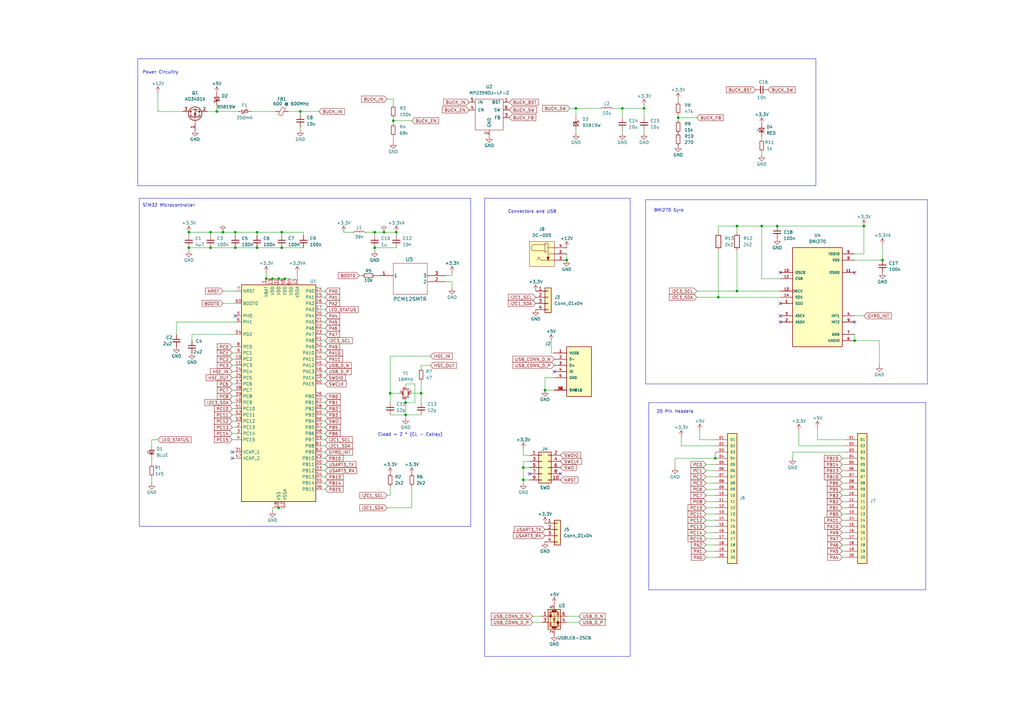
<source format=kicad_sch>
(kicad_sch (version 20231120) (generator "eeschema") (generator_version "8.0")
  (paper "A3")
  (junction (at 116.84 114.3))
  (junction (at 86.36 101.6))
  (junction (at 302.26 119.38))
  (junction (at 160.02 161.29))
  (junction (at 77.47 101.6))
  (junction (at 166.37 170.18))
  (junction (at 114.3 208.28))
  (junction (at 161.29 49.53))
  (junction (at 162.56 95.25))
  (junction (at 255.27 44.45))
  (junction (at 153.67 101.6))
  (junction (at 236.22 44.45))
  (junction (at 157.48 95.25))
  (junction (at 223.52 160.02))
  (junction (at 96.52 95.25))
  (junction (at 88.9 45.72))
  (junction (at 361.95 106.68))
  (junction (at 105.41 95.25))
  (junction (at 91.44 95.25))
  (junction (at 293.37 187.96))
  (junction (at 354.33 92.71))
  (junction (at 86.36 95.25))
  (junction (at 278.13 48.26))
  (junction (at 264.16 44.45))
  (junction (at 96.52 101.6))
  (junction (at 294.64 121.92))
  (junction (at 123.19 45.72))
  (junction (at 77.47 95.25))
  (junction (at 153.67 95.25))
  (junction (at 312.42 92.71))
  (junction (at 214.63 196.85))
  (junction (at 111.76 114.3))
  (junction (at 232.41 106.68))
  (junction (at 318.77 92.71))
  (junction (at 114.3 114.3))
  (junction (at 115.57 101.6))
  (junction (at 115.57 95.25))
  (junction (at 214.63 191.77))
  (junction (at 350.52 139.7))
  (junction (at 105.41 101.6))
  (junction (at 166.37 165.1))
  (junction (at 302.26 92.71))
  (junction (at 109.22 114.3))
  (junction (at 172.72 161.29))
  (no_connect (at 229.87 194.31))
  (no_connect (at 320.04 111.76))
  (no_connect (at 95.25 185.42))
  (no_connect (at 320.04 132.08))
  (no_connect (at 350.52 132.08))
  (no_connect (at 95.25 187.96))
  (no_connect (at 320.04 124.46))
  (no_connect (at 96.52 129.54))
  (no_connect (at 320.04 129.54))
  (no_connect (at 350.52 111.76))
  (no_connect (at 217.17 194.31))
  (no_connect (at 227.33 152.4))
  (wire (pts (xy 132.08 132.08) (xy 133.35 132.08)))
  (wire (pts (xy 95.25 180.34) (xy 96.52 180.34)))
  (wire (pts (xy 289.56 195.58) (xy 293.37 195.58)))
  (wire (pts (xy 95.25 142.24) (xy 96.52 142.24)))
  (wire (pts (xy 95.25 185.42) (xy 96.52 185.42)))
  (wire (pts (xy 350.52 139.7) (xy 360.68 139.7)))
  (wire (pts (xy 214.63 196.85) (xy 214.63 198.12)))
  (wire (pts (xy 160.02 146.05) (xy 160.02 161.29)))
  (wire (pts (xy 294.64 92.71) (xy 294.64 95.25)))
  (wire (pts (xy 77.47 95.25) (xy 77.47 96.52)))
  (wire (pts (xy 166.37 158.75) (xy 166.37 157.48)))
  (wire (pts (xy 172.72 156.21) (xy 172.72 161.29)))
  (wire (pts (xy 312.42 92.71) (xy 312.42 114.3)))
  (wire (pts (xy 285.75 121.92) (xy 294.64 121.92)))
  (wire (pts (xy 345.44 200.66) (xy 346.71 200.66)))
  (wire (pts (xy 345.44 198.12) (xy 346.71 198.12)))
  (wire (pts (xy 86.36 95.25) (xy 91.44 95.25)))
  (wire (pts (xy 133.35 139.7) (xy 132.08 139.7)))
  (wire (pts (xy 115.57 96.52) (xy 115.57 95.25)))
  (wire (pts (xy 133.35 142.24) (xy 132.08 142.24)))
  (wire (pts (xy 162.56 95.25) (xy 157.48 95.25)))
  (wire (pts (xy 133.35 127) (xy 132.08 127)))
  (wire (pts (xy 227.33 154.94) (xy 223.52 154.94)))
  (wire (pts (xy 345.44 210.82) (xy 346.71 210.82)))
  (wire (pts (xy 109.22 114.3) (xy 111.76 114.3)))
  (wire (pts (xy 153.67 95.25) (xy 149.86 95.25)))
  (wire (pts (xy 285.75 119.38) (xy 302.26 119.38)))
  (wire (pts (xy 289.56 223.52) (xy 293.37 223.52)))
  (wire (pts (xy 95.25 149.86) (xy 96.52 149.86)))
  (wire (pts (xy 95.25 177.8) (xy 96.52 177.8)))
  (wire (pts (xy 95.25 175.26) (xy 96.52 175.26)))
  (wire (pts (xy 345.44 208.28) (xy 346.71 208.28)))
  (wire (pts (xy 64.77 38.1) (xy 64.77 45.72)))
  (wire (pts (xy 345.44 215.9) (xy 346.71 215.9)))
  (wire (pts (xy 278.13 41.91) (xy 278.13 40.64)))
  (wire (pts (xy 133.35 187.96) (xy 132.08 187.96)))
  (wire (pts (xy 354.33 104.14) (xy 354.33 92.71)))
  (wire (pts (xy 77.47 102.87) (xy 77.47 101.6)))
  (wire (pts (xy 64.77 180.34) (xy 62.23 180.34)))
  (wire (pts (xy 123.19 46.99) (xy 123.19 45.72)))
  (wire (pts (xy 223.52 160.02) (xy 227.33 160.02)))
  (wire (pts (xy 77.47 101.6) (xy 86.36 101.6)))
  (wire (pts (xy 289.56 205.74) (xy 293.37 205.74)))
  (wire (pts (xy 217.17 196.85) (xy 214.63 196.85)))
  (wire (pts (xy 95.25 160.02) (xy 96.52 160.02)))
  (wire (pts (xy 96.52 101.6) (xy 105.41 101.6)))
  (wire (pts (xy 278.13 48.26) (xy 278.13 49.53)))
  (wire (pts (xy 133.35 185.42) (xy 132.08 185.42)))
  (wire (pts (xy 289.56 220.98) (xy 293.37 220.98)))
  (wire (pts (xy 166.37 171.45) (xy 166.37 170.18)))
  (wire (pts (xy 86.36 96.52) (xy 86.36 95.25)))
  (wire (pts (xy 276.86 187.96) (xy 293.37 187.96)))
  (wire (pts (xy 161.29 49.53) (xy 161.29 48.26)))
  (wire (pts (xy 345.44 193.04) (xy 346.71 193.04)))
  (wire (pts (xy 361.95 106.68) (xy 361.95 100.33)))
  (wire (pts (xy 133.35 149.86) (xy 132.08 149.86)))
  (wire (pts (xy 289.56 213.36) (xy 293.37 213.36)))
  (wire (pts (xy 327.66 182.88) (xy 346.71 182.88)))
  (wire (pts (xy 95.25 157.48) (xy 96.52 157.48)))
  (wire (pts (xy 62.23 190.5) (xy 62.23 187.96)))
  (wire (pts (xy 185.42 115.57) (xy 182.88 115.57)))
  (wire (pts (xy 111.76 209.55) (xy 111.76 208.28)))
  (wire (pts (xy 236.22 48.26) (xy 236.22 44.45)))
  (wire (pts (xy 217.17 191.77) (xy 214.63 191.77)))
  (wire (pts (xy 279.4 179.07) (xy 279.4 182.88)))
  (wire (pts (xy 172.72 149.86) (xy 172.72 151.13)))
  (wire (pts (xy 236.22 44.45) (xy 233.68 44.45)))
  (wire (pts (xy 354.33 104.14) (xy 350.52 104.14)))
  (wire (pts (xy 96.52 96.52) (xy 96.52 95.25)))
  (wire (pts (xy 168.91 49.53) (xy 161.29 49.53)))
  (wire (pts (xy 132.08 129.54) (xy 133.35 129.54)))
  (wire (pts (xy 78.74 139.7) (xy 78.74 137.16)))
  (wire (pts (xy 133.35 175.26) (xy 132.08 175.26)))
  (wire (pts (xy 133.35 162.56) (xy 132.08 162.56)))
  (wire (pts (xy 182.88 113.03) (xy 185.42 113.03)))
  (wire (pts (xy 320.04 119.38) (xy 302.26 119.38)))
  (wire (pts (xy 294.64 121.92) (xy 294.64 102.87)))
  (wire (pts (xy 91.44 124.46) (xy 96.52 124.46)))
  (wire (pts (xy 133.35 195.58) (xy 132.08 195.58)))
  (wire (pts (xy 312.42 57.15) (xy 312.42 55.88)))
  (wire (pts (xy 168.91 161.29) (xy 172.72 161.29)))
  (wire (pts (xy 158.75 208.28) (xy 168.91 208.28)))
  (wire (pts (xy 264.16 43.18) (xy 264.16 44.45)))
  (wire (pts (xy 95.25 152.4) (xy 96.52 152.4)))
  (wire (pts (xy 345.44 226.06) (xy 346.71 226.06)))
  (wire (pts (xy 345.44 228.6) (xy 346.71 228.6)))
  (wire (pts (xy 232.41 104.14) (xy 232.41 106.68)))
  (wire (pts (xy 345.44 195.58) (xy 346.71 195.58)))
  (wire (pts (xy 289.56 190.5) (xy 293.37 190.5)))
  (wire (pts (xy 287.02 180.34) (xy 293.37 180.34)))
  (wire (pts (xy 360.68 139.7) (xy 360.68 149.86)))
  (wire (pts (xy 97.79 45.72) (xy 88.9 45.72)))
  (wire (pts (xy 161.29 58.42) (xy 161.29 55.88)))
  (wire (pts (xy 232.41 255.27) (xy 237.49 255.27)))
  (wire (pts (xy 289.56 203.2) (xy 293.37 203.2)))
  (wire (pts (xy 133.35 177.8) (xy 132.08 177.8)))
  (wire (pts (xy 166.37 163.83) (xy 166.37 165.1)))
  (wire (pts (xy 95.25 144.78) (xy 96.52 144.78)))
  (wire (pts (xy 86.36 101.6) (xy 96.52 101.6)))
  (wire (pts (xy 133.35 200.66) (xy 132.08 200.66)))
  (wire (pts (xy 170.18 157.48) (xy 170.18 165.1)))
  (wire (pts (xy 168.91 208.28) (xy 168.91 199.39)))
  (wire (pts (xy 133.35 170.18) (xy 132.08 170.18)))
  (wire (pts (xy 345.44 220.98) (xy 346.71 220.98)))
  (wire (pts (xy 294.64 92.71) (xy 302.26 92.71)))
  (wire (pts (xy 74.93 45.72) (xy 64.77 45.72)))
  (wire (pts (xy 95.25 167.64) (xy 96.52 167.64)))
  (wire (pts (xy 133.35 172.72) (xy 132.08 172.72)))
  (wire (pts (xy 345.44 205.74) (xy 346.71 205.74)))
  (wire (pts (xy 278.13 48.26) (xy 278.13 46.99)))
  (wire (pts (xy 166.37 165.1) (xy 166.37 170.18)))
  (wire (pts (xy 264.16 44.45) (xy 255.27 44.45)))
  (wire (pts (xy 77.47 95.25) (xy 86.36 95.25)))
  (wire (pts (xy 289.56 200.66) (xy 293.37 200.66)))
  (wire (pts (xy 214.63 184.15) (xy 214.63 186.69)))
  (wire (pts (xy 91.44 119.38) (xy 96.52 119.38)))
  (wire (pts (xy 345.44 223.52) (xy 346.71 223.52)))
  (wire (pts (xy 95.25 147.32) (xy 96.52 147.32)))
  (wire (pts (xy 111.76 114.3) (xy 114.3 114.3)))
  (wire (pts (xy 72.39 137.16) (xy 72.39 132.08)))
  (wire (pts (xy 115.57 101.6) (xy 124.46 101.6)))
  (wire (pts (xy 327.66 176.53) (xy 327.66 182.88)))
  (wire (pts (xy 354.33 129.54) (xy 350.52 129.54)))
  (wire (pts (xy 289.56 226.06) (xy 293.37 226.06)))
  (wire (pts (xy 96.52 95.25) (xy 105.41 95.25)))
  (wire (pts (xy 345.44 213.36) (xy 346.71 213.36)))
  (wire (pts (xy 133.35 144.78) (xy 132.08 144.78)))
  (wire (pts (xy 289.56 228.6) (xy 293.37 228.6)))
  (wire (pts (xy 158.75 203.2) (xy 160.02 203.2)))
  (wire (pts (xy 130.81 45.72) (xy 123.19 45.72)))
  (wire (pts (xy 264.16 48.26) (xy 264.16 44.45)))
  (wire (pts (xy 157.48 95.25) (xy 153.67 95.25)))
  (wire (pts (xy 72.39 132.08) (xy 96.52 132.08)))
  (wire (pts (xy 85.09 45.72) (xy 88.9 45.72)))
  (wire (pts (xy 105.41 96.52) (xy 105.41 95.25)))
  (wire (pts (xy 62.23 198.12) (xy 62.23 195.58)))
  (wire (pts (xy 226.06 144.78) (xy 227.33 144.78)))
  (wire (pts (xy 121.92 111.76) (xy 121.92 114.3)))
  (wire (pts (xy 133.35 147.32) (xy 132.08 147.32)))
  (wire (pts (xy 264.16 54.61) (xy 264.16 53.34)))
  (wire (pts (xy 133.35 165.1) (xy 132.08 165.1)))
  (wire (pts (xy 312.42 92.71) (xy 318.77 92.71)))
  (wire (pts (xy 158.75 40.64) (xy 161.29 40.64)))
  (wire (pts (xy 147.32 113.03) (xy 148.59 113.03)))
  (wire (pts (xy 160.02 146.05) (xy 176.53 146.05)))
  (wire (pts (xy 132.08 124.46) (xy 133.35 124.46)))
  (wire (pts (xy 350.52 106.68) (xy 361.95 106.68)))
  (wire (pts (xy 289.56 193.04) (xy 293.37 193.04)))
  (wire (pts (xy 214.63 186.69) (xy 217.17 186.69)))
  (wire (pts (xy 95.25 154.94) (xy 96.52 154.94)))
  (wire (pts (xy 161.29 50.8) (xy 161.29 49.53)))
  (wire (pts (xy 170.18 165.1) (xy 166.37 165.1)))
  (wire (pts (xy 246.38 44.45) (xy 236.22 44.45)))
  (wire (pts (xy 223.52 154.94) (xy 223.52 160.02)))
  (wire (pts (xy 166.37 170.18) (xy 172.72 170.18)))
  (wire (pts (xy 62.23 180.34) (xy 62.23 182.88)))
  (wire (pts (xy 345.44 218.44) (xy 346.71 218.44)))
  (wire (pts (xy 255.27 54.61) (xy 255.27 53.34)))
  (wire (pts (xy 285.75 48.26) (xy 278.13 48.26)))
  (wire (pts (xy 95.25 165.1) (xy 96.52 165.1)))
  (wire (pts (xy 166.37 157.48) (xy 170.18 157.48)))
  (wire (pts (xy 226.06 139.7) (xy 226.06 144.78)))
  (wire (pts (xy 88.9 43.18) (xy 88.9 45.72)))
  (wire (pts (xy 105.41 95.25) (xy 115.57 95.25)))
  (wire (pts (xy 214.63 191.77) (xy 214.63 196.85)))
  (wire (pts (xy 95.25 187.96) (xy 96.52 187.96)))
  (wire (pts (xy 132.08 121.92) (xy 133.35 121.92)))
  (wire (pts (xy 276.86 191.77) (xy 276.86 187.96)))
  (wire (pts (xy 185.42 113.03) (xy 185.42 111.76)))
  (wire (pts (xy 320.04 121.92) (xy 294.64 121.92)))
  (wire (pts (xy 232.41 252.73) (xy 237.49 252.73)))
  (wire (pts (xy 345.44 187.96) (xy 346.71 187.96)))
  (wire (pts (xy 289.56 210.82) (xy 293.37 210.82)))
  (wire (pts (xy 78.74 137.16) (xy 96.52 137.16)))
  (wire (pts (xy 160.02 165.1) (xy 160.02 161.29)))
  (wire (pts (xy 218.44 255.27) (xy 222.25 255.27)))
  (wire (pts (xy 114.3 114.3) (xy 116.84 114.3)))
  (wire (pts (xy 105.41 101.6) (xy 115.57 101.6)))
  (wire (pts (xy 325.12 185.42) (xy 346.71 185.42)))
  (wire (pts (xy 289.56 218.44) (xy 293.37 218.44)))
  (wire (pts (xy 214.63 189.23) (xy 214.63 191.77)))
  (wire (pts (xy 133.35 190.5) (xy 132.08 190.5)))
  (wire (pts (xy 133.35 154.94) (xy 132.08 154.94)))
  (wire (pts (xy 302.26 102.87) (xy 302.26 119.38)))
  (wire (pts (xy 153.67 102.87) (xy 153.67 101.6)))
  (wire (pts (xy 218.44 252.73) (xy 222.25 252.73)))
  (wire (pts (xy 161.29 40.64) (xy 161.29 43.18)))
  (wire (pts (xy 312.42 63.5) (xy 312.42 62.23)))
  (wire (pts (xy 114.3 208.28) (xy 116.84 208.28)))
  (wire (pts (xy 318.77 92.71) (xy 354.33 92.71)))
  (wire (pts (xy 116.84 114.3) (xy 119.38 114.3)))
  (wire (pts (xy 133.35 193.04) (xy 132.08 193.04)))
  (wire (pts (xy 289.56 208.28) (xy 293.37 208.28)))
  (wire (pts (xy 293.37 185.42) (xy 293.37 187.96)))
  (wire (pts (xy 335.28 175.26) (xy 335.28 180.34)))
  (wire (pts (xy 133.35 152.4) (xy 132.08 152.4)))
  (wire (pts (xy 153.67 101.6) (xy 162.56 101.6)))
  (wire (pts (xy 111.76 208.28) (xy 114.3 208.28)))
  (wire (pts (xy 133.35 137.16) (xy 132.08 137.16)))
  (wire (pts (xy 302.26 92.71) (xy 302.26 95.25)))
  (wire (pts (xy 95.25 172.72) (xy 96.52 172.72)))
  (wire (pts (xy 133.35 119.38) (xy 132.08 119.38)))
  (wire (pts (xy 162.56 96.52) (xy 162.56 95.25)))
  (wire (pts (xy 160.02 203.2) (xy 160.02 199.39)))
  (wire (pts (xy 176.53 149.86) (xy 172.72 149.86)))
  (wire (pts (xy 140.97 95.25) (xy 144.78 95.25)))
  (wire (pts (xy 133.35 180.34) (xy 132.08 180.34)))
  (wire (pts (xy 133.35 167.64) (xy 132.08 167.64)))
  (wire (pts (xy 335.28 180.34) (xy 346.71 180.34)))
  (wire (pts (xy 289.56 215.9) (xy 293.37 215.9)))
  (wire (pts (xy 312.42 114.3) (xy 320.04 114.3)))
  (wire (pts (xy 255.27 44.45) (xy 251.46 44.45)))
  (wire (pts (xy 160.02 161.29) (xy 163.83 161.29)))
  (wire (pts (xy 123.19 45.72) (xy 118.11 45.72)))
  (wire (pts (xy 133.35 134.62) (xy 132.08 134.62)))
  (wire (pts (xy 350.52 137.16) (xy 350.52 139.7)))
  (wire (pts (xy 124.46 95.25) (xy 124.46 96.52)))
  (wire (pts (xy 345.44 203.2) (xy 346.71 203.2)))
  (wire (pts (xy 133.35 182.88) (xy 132.08 182.88)))
  (wire (pts (xy 95.25 170.18) (xy 96.52 170.18)))
  (wire (pts (xy 236.22 54.61) (xy 236.22 53.34)))
  (wire (pts (xy 279.4 182.88) (xy 293.37 182.88)))
  (wire (pts (xy 166.37 170.18) (xy 160.02 170.18)))
  (wire (pts (xy 312.42 92.71) (xy 302.26 92.71)))
  (wire (pts (xy 255.27 48.26) (xy 255.27 44.45)))
  (wire (pts (xy 325.12 187.96) (xy 325.12 185.42)))
  (wire (pts (xy 109.22 111.76) (xy 109.22 114.3)))
  (wire (pts (xy 287.02 176.53) (xy 287.02 180.34)))
  (wire (pts (xy 91.44 95.25) (xy 96.52 95.25)))
  (wire (pts (xy 133.35 157.48) (xy 132.08 157.48)))
  (wire (pts (xy 123.19 53.34) (xy 123.19 52.07)))
  (wire (pts (xy 345.44 190.5) (xy 346.71 190.5)))
  (wire (pts (xy 95.25 162.56) (xy 96.52 162.56)))
  (wire (pts (xy 133.35 198.12) (xy 132.08 198.12)))
  (wire (pts (xy 153.67 96.52) (xy 153.67 95.25)))
  (wire (pts (xy 217.17 189.23) (xy 214.63 189.23)))
  (wire (pts (xy 289.56 198.12) (xy 293.37 198.12)))
  (wire (pts (xy 172.72 165.1) (xy 172.72 161.29)))
  (wire (pts (xy 102.87 45.72) (xy 113.03 45.72)))
  (wire (pts (xy 115.57 95.25) (xy 124.46 95.25)))
  (wire (pts (xy 185.42 118.11) (xy 185.42 115.57)))
  (rectangle (start 266.065 165.1) (end 379.73 241.935))
  (rectangle (start 56.515 24.13) (end 334.645 76.2))
  (rectangle (start 264.795 81.915) (end 380.365 157.48))
  (rectangle (start 198.755 81.28) (end 258.445 269.24))
  (rectangle (start 57.15 81.28) (end 193.04 215.9))
  (text "Cload = 2 * (CL - Cstray)" (at 154.94 179.07 0) (effects (font (size 1.27 1.27)) (justify left bottom)))
  (text "20 Pin Headers\n" (at 276.86 168.91 0) (effects (font (size 1.27 1.27))))
  (text "BMI270 Gyro\n" (at 274.32 86.36 0) (effects (font (size 1.27 1.27))))
  (text "STM32 Microcontroller" (at 58.42 85.09 0) (effects (font (size 1.27 1.27)) (justify left bottom)))
  (text "Connectors and USB" (at 208.28 87.63 0) (effects (font (size 1.27 1.27)) (justify left bottom)))
  (text "Power Circuitry" (at 58.42 30.48 0) (effects (font (size 1.27 1.27)) (justify left bottom)))
  (global_label "PB10" (shape input) (at 133.35 187.96 0) (property "Intersheetrefs" "${INTERSHEET_REFS}" (effects (hide yes))))
  (global_label "PC14" (shape input) (at 95.25 177.8 180) (property "Intersheetrefs" "${INTERSHEET_REFS}" (effects (hide yes))))
  (global_label "BUCK_SW" (shape input) (at 314.96 36.83 0) (property "Intersheetrefs" "${INTERSHEET_REFS}" (effects (hide yes))))
  (global_label "SWCLK" (shape input) (at 133.35 157.48 0) (property "Intersheetrefs" "${INTERSHEET_REFS}" (effects (hide yes))))
  (global_label "PC7" (shape input) (at 95.25 160.02 180) (property "Intersheetrefs" "${INTERSHEET_REFS}" (effects (hide yes))))
  (global_label "I2C3_SDA" (shape input) (at 95.25 165.1 180) (property "Intersheetrefs" "${INTERSHEET_REFS}" (effects (hide yes))))
  (global_label "I2C1_SDA" (shape input) (at 158.75 208.28 180) (property "Intersheetrefs" "${INTERSHEET_REFS}" (effects (hide yes))))
  (global_label "USB_D_N" (shape input) (at 237.49 252.73 0) (property "Intersheetrefs" "${INTERSHEET_REFS}" (effects (hide yes))))
  (global_label "NRST" (shape input) (at 229.87 196.85 0) (property "Intersheetrefs" "${INTERSHEET_REFS}" (effects (hide yes))))
  (global_label "PB13" (shape input) (at 345.44 193.04 180) (property "Intersheetrefs" "${INTERSHEET_REFS}" (effects (hide yes))))
  (global_label "PB0" (shape input) (at 345.44 210.82 180) (property "Intersheetrefs" "${INTERSHEET_REFS}" (effects (hide yes))))
  (global_label "BOOT0" (shape input) (at 147.32 113.03 180) (property "Intersheetrefs" "${INTERSHEET_REFS}" (effects (hide yes))))
  (global_label "SWCLK" (shape input) (at 229.87 189.23 0) (property "Intersheetrefs" "${INTERSHEET_REFS}" (effects (hide yes))))
  (global_label "USART3_TX" (shape input) (at 133.35 190.5 0) (property "Intersheetrefs" "${INTERSHEET_REFS}" (effects (hide yes))))
  (global_label "USB_D_N" (shape input) (at 133.35 149.86 0) (property "Intersheetrefs" "${INTERSHEET_REFS}" (effects (hide yes))))
  (global_label "PC2" (shape input) (at 289.56 195.58 180) (property "Intersheetrefs" "${INTERSHEET_REFS}" (effects (hide yes))))
  (global_label "PA5" (shape input) (at 133.35 132.08 0) (property "Intersheetrefs" "${INTERSHEET_REFS}" (effects (hide yes))))
  (global_label "HSE_IN" (shape input) (at 95.25 152.4 180) (property "Intersheetrefs" "${INTERSHEET_REFS}" (effects (hide yes))))
  (global_label "I2C1_SCL" (shape input) (at 219.71 121.92 180) (property "Intersheetrefs" "${INTERSHEET_REFS}" (effects (hide yes))))
  (global_label "PC12" (shape input) (at 95.25 172.72 180) (property "Intersheetrefs" "${INTERSHEET_REFS}" (effects (hide yes))))
  (global_label "PC13" (shape input) (at 95.25 175.26 180) (property "Intersheetrefs" "${INTERSHEET_REFS}" (effects (hide yes))))
  (global_label "PC6" (shape input) (at 289.56 200.66 180) (property "Intersheetrefs" "${INTERSHEET_REFS}" (effects (hide yes))))
  (global_label "PC0" (shape input) (at 95.25 142.24 180) (property "Intersheetrefs" "${INTERSHEET_REFS}" (effects (hide yes))))
  (global_label "SWDIO" (shape input) (at 133.35 154.94 0) (property "Intersheetrefs" "${INTERSHEET_REFS}" (effects (hide yes))))
  (global_label "HSE_OUT" (shape input) (at 95.25 154.94 180) (property "Intersheetrefs" "${INTERSHEET_REFS}" (effects (hide yes))))
  (global_label "PA7" (shape input) (at 345.44 220.98 180) (property "Intersheetrefs" "${INTERSHEET_REFS}" (effects (hide yes))))
  (global_label "SWO" (shape input) (at 133.35 172.72 0) (property "Intersheetrefs" "${INTERSHEET_REFS}" (effects (hide yes))))
  (global_label "PA7" (shape input) (at 133.35 137.16 0) (property "Intersheetrefs" "${INTERSHEET_REFS}" (effects (hide yes))))
  (global_label "BOOT0" (shape input) (at 91.44 124.46 180) (property "Intersheetrefs" "${INTERSHEET_REFS}" (effects (hide yes))))
  (global_label "I2C1_SCL" (shape input) (at 133.35 180.34 0) (property "Intersheetrefs" "${INTERSHEET_REFS}" (effects (hide yes))))
  (global_label "BUCK_EN" (shape input) (at 168.91 49.53 0) (property "Intersheetrefs" "${INTERSHEET_REFS}" (effects (hide yes))))
  (global_label "USB_CONN_D_N" (shape input) (at 218.44 252.73 180) (property "Intersheetrefs" "${INTERSHEET_REFS}" (effects (hide yes))))
  (global_label "I2C1_SDA" (shape input) (at 133.35 182.88 0) (property "Intersheetrefs" "${INTERSHEET_REFS}" (effects (hide yes))))
  (global_label "PA9" (shape input) (at 345.44 218.44 180) (property "Intersheetrefs" "${INTERSHEET_REFS}" (effects (hide yes))))
  (global_label "PA0" (shape input) (at 133.35 119.38 0) (property "Intersheetrefs" "${INTERSHEET_REFS}" (effects (hide yes))))
  (global_label "GYRO_INT" (shape input) (at 133.35 185.42 0) (property "Intersheetrefs" "${INTERSHEET_REFS}" (effects (hide yes))))
  (global_label "PC11" (shape input) (at 95.25 170.18 180) (property "Intersheetrefs" "${INTERSHEET_REFS}" (effects (hide yes))))
  (global_label "PC6" (shape input) (at 95.25 157.48 180) (property "Intersheetrefs" "${INTERSHEET_REFS}" (effects (hide yes))))
  (global_label "PC2" (shape input) (at 95.25 147.32 180) (property "Intersheetrefs" "${INTERSHEET_REFS}" (effects (hide yes))))
  (global_label "PC3" (shape input) (at 289.56 198.12 180) (property "Intersheetrefs" "${INTERSHEET_REFS}" (effects (hide yes))))
  (global_label "PB5" (shape input) (at 133.35 175.26 0) (property "Intersheetrefs" "${INTERSHEET_REFS}" (effects (hide yes))))
  (global_label "PB13" (shape input) (at 133.35 195.58 0) (property "Intersheetrefs" "${INTERSHEET_REFS}" (effects (hide yes))))
  (global_label "SWO" (shape input) (at 229.87 191.77 0) (property "Intersheetrefs" "${INTERSHEET_REFS}" (effects (hide yes))))
  (global_label "PC10" (shape input) (at 289.56 208.28 180) (property "Intersheetrefs" "${INTERSHEET_REFS}" (effects (hide yes))))
  (global_label "PA4" (shape input) (at 133.35 129.54 0) (property "Intersheetrefs" "${INTERSHEET_REFS}" (effects (hide yes))))
  (global_label "USB_CONN_D_P" (shape input) (at 218.44 255.27 180) (property "Intersheetrefs" "${INTERSHEET_REFS}" (effects (hide yes))))
  (global_label "PB15" (shape input) (at 133.35 200.66 0) (property "Intersheetrefs" "${INTERSHEET_REFS}" (effects (hide yes))))
  (global_label "PC12" (shape input) (at 289.56 213.36 180) (property "Intersheetrefs" "${INTERSHEET_REFS}" (effects (hide yes))))
  (global_label "BUCK_BST" (shape input) (at 309.88 36.83 180) (property "Intersheetrefs" "${INTERSHEET_REFS}" (effects (hide yes))))
  (global_label "PC8" (shape input) (at 289.56 205.74 180) (property "Intersheetrefs" "${INTERSHEET_REFS}" (effects (hide yes))))
  (global_label "I2C3_SDA" (shape input) (at 285.75 121.92 180) (property "Intersheetrefs" "${INTERSHEET_REFS}" (effects (hide yes))))
  (global_label "PB5" (shape input) (at 345.44 200.66 180) (property "Intersheetrefs" "${INTERSHEET_REFS}" (effects (hide yes))))
  (global_label "PB10" (shape input) (at 345.44 195.58 180) (property "Intersheetrefs" "${INTERSHEET_REFS}" (effects (hide yes))))
  (global_label "PC14" (shape input) (at 289.56 218.44 180) (property "Intersheetrefs" "${INTERSHEET_REFS}" (effects (hide yes))))
  (global_label "PB6" (shape input) (at 345.44 198.12 180) (property "Intersheetrefs" "${INTERSHEET_REFS}" (effects (hide yes))))
  (global_label "LED_STATUS" (shape input) (at 133.35 127 0) (property "Intersheetrefs" "${INTERSHEET_REFS}" (effects (hide yes))))
  (global_label "BUCK_IN" (shape input) (at 130.81 45.72 0) (property "Intersheetrefs" "${INTERSHEET_REFS}" (effects (hide yes))))
  (global_label "PB1" (shape input) (at 133.35 165.1 0) (property "Intersheetrefs" "${INTERSHEET_REFS}" (effects (hide yes))))
  (global_label "USART3_RX" (shape input) (at 223.52 219.71 180) (property "Intersheetrefs" "${INTERSHEET_REFS}" (effects (hide yes))))
  (global_label "I2C1_SCL" (shape input) (at 158.75 203.2 180) (property "Intersheetrefs" "${INTERSHEET_REFS}" (effects (hide yes))))
  (global_label "PA10" (shape input) (at 345.44 215.9 180) (property "Intersheetrefs" "${INTERSHEET_REFS}" (effects (hide yes))))
  (global_label "PC13" (shape input) (at 289.56 215.9 180) (property "Intersheetrefs" "${INTERSHEET_REFS}" (effects (hide yes))))
  (global_label "PC15" (shape input) (at 289.56 220.98 180) (property "Intersheetrefs" "${INTERSHEET_REFS}" (effects (hide yes))))
  (global_label "PB2" (shape input) (at 133.35 167.64 0) (property "Intersheetrefs" "${INTERSHEET_REFS}" (effects (hide yes))))
  (global_label "PA0" (shape input) (at 289.56 228.6 180) (property "Intersheetrefs" "${INTERSHEET_REFS}" (effects (hide yes))))
  (global_label "PA4" (shape input) (at 345.44 228.6 180) (property "Intersheetrefs" "${INTERSHEET_REFS}" (effects (hide yes))))
  (global_label "PA6" (shape input) (at 345.44 223.52 180) (property "Intersheetrefs" "${INTERSHEET_REFS}" (effects (hide yes))))
  (global_label "PC1" (shape input) (at 95.25 144.78 180) (property "Intersheetrefs" "${INTERSHEET_REFS}" (effects (hide yes))))
  (global_label "BUCK_SW" (shape input) (at 208.915 45.085 0) (property "Intersheetrefs" "${INTERSHEET_REFS}" (effects (hide yes))))
  (global_label "PB0" (shape input) (at 133.35 162.56 0) (property "Intersheetrefs" "${INTERSHEET_REFS}" (effects (hide yes))))
  (global_label "PB15" (shape input) (at 345.44 187.96 180) (property "Intersheetrefs" "${INTERSHEET_REFS}" (effects (hide yes))))
  (global_label "PB14" (shape input) (at 133.35 198.12 0) (property "Intersheetrefs" "${INTERSHEET_REFS}" (effects (hide yes))))
  (global_label "PC8" (shape input) (at 95.25 162.56 180) (property "Intersheetrefs" "${INTERSHEET_REFS}" (effects (hide yes))))
  (global_label "HSE_IN" (shape input) (at 176.53 146.05 0) (property "Intersheetrefs" "${INTERSHEET_REFS}" (effects (hide yes))))
  (global_label "PC3" (shape input) (at 95.25 149.86 180) (property "Intersheetrefs" "${INTERSHEET_REFS}" (effects (hide yes))))
  (global_label "PB2" (shape input) (at 345.44 205.74 180) (property "Intersheetrefs" "${INTERSHEET_REFS}" (effects (hide yes))))
  (global_label "NRST" (shape input) (at 91.44 119.38 180) (property "Intersheetrefs" "${INTERSHEET_REFS}" (effects (hide yes))))
  (global_label "PA11" (shape input) (at 345.44 213.36 180) (property "Intersheetrefs" "${INTERSHEET_REFS}" (effects (hide yes))))
  (global_label "GYRO_INT" (shape input) (at 354.33 129.54 0) (property "Intersheetrefs" "${INTERSHEET_REFS}" (effects (hide yes))))
  (global_label "PC7" (shape input) (at 289.56 203.2 180) (property "Intersheetrefs" "${INTERSHEET_REFS}" (effects (hide yes))))
  (global_label "PC1" (shape input) (at 289.56 193.04 180) (property "Intersheetrefs" "${INTERSHEET_REFS}" (effects (hide yes))))
  (global_label "LED_STATUS" (shape input) (at 64.77 180.34 0) (property "Intersheetrefs" "${INTERSHEET_REFS}" (effects (hide yes))))
  (global_label "PA10" (shape input) (at 133.35 144.78 0) (property "Intersheetrefs" "${INTERSHEET_REFS}" (effects (hide yes))))
  (global_label "SWDIO" (shape input) (at 229.87 186.69 0) (property "Intersheetrefs" "${INTERSHEET_REFS}" (effects (hide yes))))
  (global_label "PC10" (shape input) (at 95.25 167.64 180) (property "Intersheetrefs" "${INTERSHEET_REFS}" (effects (hide yes))))
  (global_label "PA9" (shape input) (at 133.35 142.24 0) (property "Intersheetrefs" "${INTERSHEET_REFS}" (effects (hide yes))))
  (global_label "PB6" (shape input) (at 133.35 177.8 0) (property "Intersheetrefs" "${INTERSHEET_REFS}" (effects (hide yes))))
  (global_label "BUCK_IN" (shape input) (at 158.75 40.64 180) (property "Intersheetrefs" "${INTERSHEET_REFS}" (effects (hide yes))))
  (global_label "I2C1_SDA" (shape input) (at 219.71 124.46 180) (property "Intersheetrefs" "${INTERSHEET_REFS}" (effects (hide yes))))
  (global_label "HSE_OUT" (shape input) (at 176.53 149.86 0) (property "Intersheetrefs" "${INTERSHEET_REFS}" (effects (hide yes))))
  (global_label "BUCK_SW" (shape input) (at 233.68 44.45 180) (property "Intersheetrefs" "${INTERSHEET_REFS}" (effects (hide yes))))
  (global_label "PA6" (shape input) (at 133.35 134.62 0) (property "Intersheetrefs" "${INTERSHEET_REFS}" (effects (hide yes))))
  (global_label "PA2" (shape input) (at 289.56 223.52 180) (property "Intersheetrefs" "${INTERSHEET_REFS}" (effects (hide yes))))
  (global_label "I2C3_SCL" (shape input) (at 285.75 119.38 180) (property "Intersheetrefs" "${INTERSHEET_REFS}" (effects (hide yes))))
  (global_label "PA2" (shape input) (at 133.35 124.46 0) (property "Intersheetrefs" "${INTERSHEET_REFS}" (effects (hide yes))))
  (global_label "USB_CONN_D_P" (shape input) (at 227.33 149.86 180) (property "Intersheetrefs" "${INTERSHEET_REFS}" (effects (hide yes))))
  (global_label "BUCK_FB" (shape input) (at 208.915 48.26 0) (property "Intersheetrefs" "${INTERSHEET_REFS}" (effects (hide yes))))
  (global_label "USB_D_P" (shape input) (at 133.35 152.4 0) (property "Intersheetrefs" "${INTERSHEET_REFS}" (effects (hide yes))))
  (global_label "PB1" (shape input) (at 345.44 208.28 180) (property "Intersheetrefs" "${INTERSHEET_REFS}" (effects (hide yes))))
  (global_label "PA5" (shape input) (at 345.44 226.06 180) (property "Intersheetrefs" "${INTERSHEET_REFS}" (effects (hide yes))))
  (global_label "USB_CONN_D_N" (shape input) (at 227.33 147.32 180) (property "Intersheetrefs" "${INTERSHEET_REFS}" (effects (hide yes))))
  (global_label "PA11" (shape input) (at 133.35 147.32 0) (property "Intersheetrefs" "${INTERSHEET_REFS}" (effects (hide yes))))
  (global_label "USB_D_P" (shape input) (at 237.49 255.27 0) (property "Intersheetrefs" "${INTERSHEET_REFS}" (effects (hide yes))))
  (global_label "BUCK_BST" (shape input) (at 208.915 41.91 0) (property "Intersheetrefs" "${INTERSHEET_REFS}" (effects (hide yes))))
  (global_label "BUCK_EN" (shape input) (at 192.405 45.085 180) (property "Intersheetrefs" "${INTERSHEET_REFS}" (effects (hide yes))))
  (global_label "BUCK_FB" (shape input) (at 285.75 48.26 0) (property "Intersheetrefs" "${INTERSHEET_REFS}" (effects (hide yes))))
  (global_label "PC15" (shape input) (at 95.25 180.34 180) (property "Intersheetrefs" "${INTERSHEET_REFS}" (effects (hide yes))))
  (global_label "BUCK_IN" (shape input) (at 192.405 41.91 180) (property "Intersheetrefs" "${INTERSHEET_REFS}" (effects (hide yes))))
  (global_label "PA1" (shape input) (at 133.35 121.92 0) (property "Intersheetrefs" "${INTERSHEET_REFS}" (effects (hide yes))))
  (global_label "PB14" (shape input) (at 345.44 190.5 180) (property "Intersheetrefs" "${INTERSHEET_REFS}" (effects (hide yes))))
  (global_label "PB3" (shape input) (at 133.35 170.18 0) (property "Intersheetrefs" "${INTERSHEET_REFS}" (effects (hide yes))))
  (global_label "USART3_TX" (shape input) (at 223.52 217.17 180) (property "Intersheetrefs" "${INTERSHEET_REFS}" (effects (hide yes))))
  (global_label "PB3" (shape input) (at 345.44 203.2 180) (property "Intersheetrefs" "${INTERSHEET_REFS}" (effects (hide yes))))
  (global_label "USART3_RX" (shape input) (at 133.35 193.04 0) (property "Intersheetrefs" "${INTERSHEET_REFS}" (effects (hide yes))))
  (global_label "PC11" (shape input) (at 289.56 210.82 180) (property "Intersheetrefs" "${INTERSHEET_REFS}" (effects (hide yes))))
  (global_label "I2C3_SCL" (shape input) (at 133.35 139.7 0) (property "Intersheetrefs" "${INTERSHEET_REFS}" (effects (hide yes))))
  (global_label "PC0" (shape input) (at 289.56 190.5 180) (property "Intersheetrefs" "${INTERSHEET_REFS}" (effects (hide yes))))
  (global_label "PA1" (shape input) (at 289.56 226.06 180) (property "Intersheetrefs" "${INTERSHEET_REFS}" (effects (hide yes))))
  (symbol (lib_id "Device:D_Schottky_Small") (at 88.9 40.64 90) (unit 1)
    (property "Reference" "D2" (at 90.805 39.37 90) (effects (justify right)))
    (property "Value" "B5819W" (at 88.9 43.815 90) (effects (justify right)))
    (property "Footprint" "Diode_SMD:D_SOD-123" (effects (hide yes)))
    (property "LCSC Part #" "C8598" (effects (hide yes)))
  )
  (symbol (lib_id "Device:C_Small") (at 312.42 36.83 270) (unit 1)
    (property "Reference" "C16" (at 311.15 33.655 90) (effects (justify left)))
    (property "Value" "10n" (at 310.515 40.005 90) (effects (justify left)))
    (property "Footprint" "Capacitor_SMD:C_0603_1608Metric" (effects (hide yes)))
    (property "LCSC Part #" "C57112" (effects (hide yes)))
  )
  (symbol (lib_id "power:GND") (at 223.52 160.02 0) (unit 1)
    (property "Reference" "#PWR027" (effects (hide yes)))
    (property "Value" "GND" (at 223.52 163.83 0))
  )
  (symbol (lib_id "Device:C_Small") (at 172.72 167.64 0) (unit 1)
    (property "Reference" "C13" (at 175.26 165.735 0) (effects (justify left)))
    (property "Value" "12p" (at 175.26 168.275 0) (effects (justify left)))
    (property "Footprint" "Capacitor_SMD:C_0402_1005Metric" (effects (hide yes)))
    (property "LCSC Part #" "C1547" (effects (hide yes)))
  )
  (symbol (lib_id "power:GND") (at 223.52 222.25 0) (unit 1)
    (property "Reference" "#PWR036" (effects (hide yes)))
    (property "Value" "GND" (at 223.52 226.06 0))
  )
  (symbol (lib_id "power:GND") (at 214.63 198.12 0) (unit 1)
    (property "Reference" "#PWR034" (effects (hide yes)))
    (property "Value" "GND" (at 214.63 201.93 0))
  )
  (symbol (lib_id "power:+3.3V") (at 77.47 95.25 0) (unit 1)
    (property "Reference" "#PWR03" (effects (hide yes)))
    (property "Value" "+3.3V" (at 77.47 91.44 0))
  )
  (symbol (lib_id "Device:C_Small") (at 124.46 99.06 0) (unit 1)
    (property "Reference" "C9" (at 127 97.79 0) (effects (justify left)))
    (property "Value" "100n" (at 127 100.33 0) (effects (justify left)))
    (property "Footprint" "Capacitor_SMD:C_0402_1005Metric" (effects (hide yes)))
    (property "LCSC Part #" "C1525" (effects (hide yes)))
  )
  (symbol (lib_id "power:GND") (at 77.47 102.87 0) (unit 1)
    (property "Reference" "#PWR04" (effects (hide yes)))
    (property "Value" "GND" (at 77.47 106.68 0))
  )
  (symbol (lib_id "Device:R_Small") (at 161.29 45.72 0) (unit 1)
    (property "Reference" "R3" (at 163.83 44.45 0) (effects (justify left)))
    (property "Value" "100k" (at 163.83 46.99 0) (effects (justify left)))
    (property "Footprint" "Resistor_SMD:R_0603_1608Metric" (effects (hide yes)))
    (property "LCSC Part #" "C25803" (effects (hide yes)))
  )
  (symbol (lib_id "power:GND") (at 236.22 54.61 0) (unit 1)
    (property "Reference" "#PWR029" (effects (hide yes)))
    (property "Value" "GND" (at 236.22 58.42 0))
  )
  (symbol (lib_id "power:+3.3V") (at 264.16 43.18 0) (unit 1)
    (property "Reference" "#PWR031" (effects (hide yes)))
    (property "Value" "+3.3V" (at 264.16 39.37 0))
  )
  (symbol (lib_id "Device:R_Small") (at 168.91 196.85 0) (unit 1)
    (property "Reference" "R6" (at 170.815 195.58 0) (effects (justify left)))
    (property "Value" "2k2" (at 170.815 198.12 0) (effects (justify left)))
    (property "Footprint" "Resistor_SMD:R_0402_1005Metric" (effects (hide yes)))
    (property "LCSC Part #" "C25879" (effects (hide yes)))
  )
  (symbol (lib_id "SchmillipKiCADLibrary:MP2359DJ-LF-Z") (at 200.66 48.26 0) (unit 1)
    (property "Reference" "U2" (at 200.66 35.56 0))
    (property "Value" "MP2359DJ-LF-Z" (at 200.66 38.1 0))
    (property "Footprint" "Package_TO_SOT_SMD:SOT-23-6" (effects (hide yes)))
    (property "LCSC Part #" "C14259" (effects (hide yes)))
  )
  (symbol (lib_id "power:GND") (at 153.67 102.87 0) (unit 1)
    (property "Reference" "#PWR014" (effects (hide yes)))
    (property "Value" "GND" (at 153.67 106.68 0))
  )
  (symbol (lib_id "Device:L_Small") (at 248.92 44.45 90) (unit 1)
    (property "Reference" "L2" (at 248.92 42.545 90))
    (property "Value" "10u" (at 248.92 46.355 90))
    (property "Footprint" "SPM6530T-100M-HZ:IND_SPM6530T-100M-HZ" (effects (hide yes)))
    (property "Description" "TDK SPM6530T-100M-HZ" (effects (hide yes)))
    (property "LCSC Part #" "C360728" (effects (hide yes)))
  )
  (symbol (lib_id "power:+12V") (at 64.77 38.1 0) (unit 1)
    (property "Reference" "#PWR01" (effects (hide yes)))
    (property "Value" "+12V" (at 64.77 34.29 0))
  )
  (symbol (lib_id "power:+3.3VA") (at 361.95 100.33 0) (unit 1)
    (property "Reference" "#PWR041" (effects (hide yes)))
    (property "Value" "+3.3VA" (at 361.95 96.52 0))
  )
  (symbol (lib_id "power:GND") (at 123.19 53.34 0) (unit 1)
    (property "Reference" "#PWR012" (effects (hide yes)))
    (property "Value" "GND" (at 123.19 57.15 0))
  )
  (symbol (lib_id "power:GND") (at 78.74 144.78 0) (unit 1)
    (property "Reference" "#PWR07" (effects (hide yes)))
    (property "Value" "GND" (at 78.74 148.59 0))
  )
  (symbol (lib_id "Device:C_Small") (at 115.57 99.06 0) (unit 1)
    (property "Reference" "C7" (at 118.11 97.79 0) (effects (justify left)))
    (property "Value" "100n" (at 118.11 100.33 0) (effects (justify left)))
    (property "Footprint" "Capacitor_SMD:C_0402_1005Metric" (effects (hide yes)))
    (property "LCSC Part #" "C1525" (effects (hide yes)))
  )
  (symbol (lib_id "Device:C_Small") (at 255.27 50.8 0) (unit 1)
    (property "Reference" "C14" (at 257.81 49.53 0) (effects (justify left)))
    (property "Value" "10u" (at 257.81 52.07 0) (effects (justify left)))
    (property "Footprint" "Capacitor_SMD:C_1206_3216Metric" (effects (hide yes)))
    (property "LCSC Part #" "C13585" (effects (hide yes)))
  )
  (symbol (lib_id "Device:C_Small") (at 96.52 99.06 0) (unit 1)
    (property "Reference" "C5" (at 99.06 97.79 0) (effects (justify left)))
    (property "Value" "100n" (at 99.06 100.33 0) (effects (justify left)))
    (property "Footprint" "Capacitor_SMD:C_0402_1005Metric" (effects (hide yes)))
    (property "LCSC Part #" "C1525" (effects (hide yes)))
  )
  (symbol (lib_id "Device:Polyfuse_Small") (at 100.33 45.72 270) (unit 1)
    (property "Reference" "F1" (at 100.33 43.18 90))
    (property "Value" "250mA" (at 100.33 48.26 90))
    (property "Footprint" "Fuse:Fuse_1206_3216Metric" (effects (hide yes)))
    (property "LCSC Part #" "C369159" (effects (hide yes)))
  )
  (symbol (lib_id "Connector_Generic:Conn_01x04") (at 224.79 121.92 0) (unit 1)
    (property "Reference" "J3" (at 227.33 121.92 0) (effects (justify left)))
    (property "Value" "Conn_01x04" (at 227.33 124.46 0) (effects (justify left)))
    (property "Footprint" "Connector_Molex:Molex_PicoBlade_53048-0410_1x04_P1.25mm_Horizontal" (effects (hide yes)))
  )
  (symbol (lib_id "Device:Ferrite_Bead_Small") (at 115.57 45.72 270) (unit 1)
    (property "Reference" "FB1" (at 115.57 40.64 90))
    (property "Value" "600 @ 600MHz" (at 119.38 42.545 90))
    (property "Footprint" "Inductor_SMD:L_0805_2012Metric" (effects (hide yes)))
    (property "LCSC Part #" "C1017" (effects (hide yes)))
  )
  (symbol (lib_id "power:+5V") (at 287.02 176.53 0) (unit 1)
    (property "Reference" "#PWR048" (effects (hide yes)))
    (property "Value" "+5V" (at 287.02 172.72 0))
  )
  (symbol (lib_id "power:+5V") (at 226.06 139.7 0) (unit 1)
    (property "Reference" "#PWR028" (effects (hide yes)))
    (property "Value" "+5V" (at 226.06 135.89 0))
  )
  (symbol (lib_id "Device:R_Small") (at 172.72 153.67 0) (unit 1)
    (property "Reference" "R7" (at 174.625 152.4 0) (effects (justify left)))
    (property "Value" "47" (at 174.625 154.94 0) (effects (justify left)))
    (property "Footprint" "Resistor_SMD:R_0402_1005Metric" (effects (hide yes)))
    (property "LCSC Part #" "C25118" (effects (hide yes)))
  )
  (symbol (lib_id "Device:R") (at 302.26 99.06 180) (unit 1)
    (property "Reference" "R12" (at 304.8 97.7899 0) (effects (justify right)))
    (property "Value" "2k2" (at 304.8 100.3299 0) (effects (justify right)))
    (property "Footprint" "Resistor_SMD:R_0402_1005Metric" (effects (hide yes)))
    (property "Description" "Resistor" (effects (hide yes)))
  )
  (symbol (lib_id "power:+3.3V") (at 327.66 176.53 0) (unit 1)
    (property "Reference" "#PWR051" (effects (hide yes)))
    (property "Value" "+3.3V" (at 327.66 172.72 0))
  )
  (symbol (lib_id "power:GND") (at 185.42 118.11 0) (unit 1)
    (property "Reference" "#PWR021" (effects (hide yes)))
    (property "Value" "GND" (at 185.42 121.92 0))
  )
  (symbol (lib_id "power:GND") (at 219.71 127 0) (unit 1)
    (property "Reference" "#PWR026" (effects (hide yes)))
    (property "Value" "GND" (at 219.71 130.81 0))
  )
  (symbol (lib_id "power:GND") (at 72.39 142.24 0) (unit 1)
    (property "Reference" "#PWR05" (effects (hide yes)))
    (property "Value" "GND" (at 72.39 146.05 0))
  )
  (symbol (lib_id "power:+3.3V") (at 168.91 194.31 0) (unit 1)
    (property "Reference" "#PWR019" (effects (hide yes)))
    (property "Value" "+3.3V" (at 168.91 190.5 0))
  )
  (symbol (lib_id "Device:C_Small") (at 162.56 99.06 0) (unit 1)
    (property "Reference" "C12" (at 165.1 97.79 0) (effects (justify left)))
    (property "Value" "10n" (at 165.1 100.33 0) (effects (justify left)))
    (property "Footprint" "Capacitor_SMD:C_0402_1005Metric" (effects (hide yes)))
    (property "LCSC Part #" "C15195" (effects (hide yes)))
  )
  (symbol (lib_id "power:GND") (at 255.27 54.61 0) (unit 1)
    (property "Reference" "#PWR030" (effects (hide yes)))
    (property "Value" "GND" (at 255.27 58.42 0))
  )
  (symbol (lib_id "power:GND") (at 111.76 209.55 0) (unit 1)
    (property "Reference" "#PWR010" (effects (hide yes)))
    (property "Value" "GND" (at 111.76 213.36 0))
  )
  (symbol (lib_id "10118193-0001LF:10118193-0001LF") (at 237.49 152.4 0) (unit 1)
    (property "Reference" "J2" (at 223.52 140.9699 0) (effects (justify left)))
    (property "Value" "10118193-0001LF" (effects (hide yes)))
    (property "Footprint" "10118193-0001LF:AMPHENOL_10118193-0001LF" (effects (hide yes)))
    (property "MF" "AMPHENOL ICC / FCI" (effects (hide yes)))
    (property "MAXIMUM_PACKAGE_HEIGHT" "2.55 mm" (effects (hide yes)))
    (property "Package" "None" (effects (hide yes)))
    (property "Price" "None" (effects (hide yes)))
    (property "Check_prices" "https://www.snapeda.com/parts/10118193-0001LF/Amphenol/view-part/?ref=eda" (effects (hide yes)))
    (property "STANDARD" "Manufacturer Recommendations" (effects (hide yes)))
    (property "PARTREV" "E" (effects (hide yes)))
    (property "SnapEDA_Link" "https://www.snapeda.com/parts/10118193-0001LF/Amphenol/view-part/?ref=snap" (effects (hide yes)))
    (property "MP" "10118193-0001LF" (effects (hide yes)))
    (property "Description_1" "\n                        \n                            Right Angle Surface Mount Mount Female USB Connector 100 V ac 1.8A | Amphenol FCI (Amphenol CS) 10118193-0001LF\n                        \n" (effects (hide yes)))
    (property "Availability" "In Stock" (effects (hide yes)))
    (property "MANUFACTURER" "Amphenol FCI" (effects (hide yes)))
  )
  (symbol (lib_id "power:PWR_FLAG") (at 91.44 95.25 0) (unit 1)
    (property "Reference" "#FLG01" (effects (hide yes)))
    (property "Value" "PWR_FLAG" (effects (hide yes)))
    (property "Description" "Special symbol for telling ERC where power comes from" (effects (hide yes)))
  )
  (symbol (lib_id "Device:C_Small") (at 72.39 139.7 0) (unit 1)
    (property "Reference" "C2" (at 68.072 138.43 0) (effects (justify left)))
    (property "Value" "2u2" (at 66.802 140.97 0) (effects (justify left)))
    (property "Footprint" "Capacitor_SMD:C_0603_1608Metric" (effects (hide yes)))
    (property "LCSC Part #" "C23630" (effects (hide yes)))
  )
  (symbol (lib_id "Device:LED_Small") (at 62.23 185.42 90) (unit 1)
    (property "Reference" "D1" (at 64.135 184.15 90) (effects (justify right)))
    (property "Value" "BLUE" (at 64.135 186.69 90) (effects (justify right)))
    (property "Footprint" "LED_SMD:LED_0603_1608Metric" (effects (hide yes)))
    (property "LCSC Part #" "C72041" (effects (hide yes)))
  )
  (symbol (lib_id "Device:R_Small") (at 312.42 59.69 180) (unit 1)
    (property "Reference" "R11" (at 315.595 58.42 0))
    (property "Value" "1k" (at 315.595 60.96 0))
    (property "Footprint" "Resistor_SMD:R_0603_1608Metric" (effects (hide yes)))
    (property "LCSC Part #" "C21190" (effects (hide yes)))
  )
  (symbol (lib_id "Device:L_Small") (at 147.32 95.25 90) (unit 1)
    (property "Reference" "L1" (at 147.32 93.345 90))
    (property "Value" "39n" (at 147.32 97.155 90))
    (property "Footprint" "Inductor_SMD:L_0402_1005Metric" (effects (hide yes)))
    (property "LCSC Part #" "C26443" (effects (hide yes)))
  )
  (symbol (lib_id "power:+3.3V") (at 278.13 40.64 0) (unit 1)
    (property "Reference" "#PWR037" (effects (hide yes)))
    (property "Value" "+3.3V" (at 278.13 36.83 0))
  )
  (symbol (lib_id "BMI270:BMI270") (at 335.28 121.92 0) (unit 1)
    (property "Reference" "U4" (at 335.28 96.52 0))
    (property "Value" "BMI270" (at 335.28 99.06 0))
    (property "Footprint" "BMI270:XDCR_BMI270" (effects (hide yes)))
    (property "PATREV" "1.0" (effects (hide yes)))
    (property "MF" "Bosch Sensortec" (effects (hide yes)))
    (property "MAXIMUM_PACKAGE_HEIGHT" "0.87mm" (effects (hide yes)))
    (property "Package" "LGA-14 Bosch Sensortec" (effects (hide yes)))
    (property "Price" "None" (effects (hide yes)))
    (property "Check_prices" "https://www.snapeda.com/parts/BMI270/Bosch+Sensortec/view-part/?ref=eda" (effects (hide yes)))
    (property "STANDARD" "Manufacturer Recommendations" (effects (hide yes)))
    (property "SnapEDA_Link" "https://www.snapeda.com/parts/BMI270/Bosch+Sensortec/view-part/?ref=snap" (effects (hide yes)))
    (property "MP" "BMI270" (effects (hide yes)))
    (property "Description_1" "\n                        \n                            Accelerometer, Gyroscope, 6 Axis Sensor I2C, SPI Output\n                        \n" (effects (hide yes)))
    (property "Availability" "In Stock" (effects (hide yes)))
    (property "MANUFACTURER" "Bosch Sensortec" (effects (hide yes)))
  )
  (symbol (lib_id "power:+3.3VA") (at 121.92 111.76 0) (unit 1)
    (property "Reference" "#PWR011" (effects (hide yes)))
    (property "Value" "+3.3VA" (at 121.92 107.95 0))
  )
  (symbol (lib_id "power:GND") (at 232.41 106.68 0) (unit 1)
    (property "Reference" "#PWR024" (effects (hide yes)))
    (property "Value" "GND" (at 232.41 110.49 0))
  )
  (symbol (lib_id "power:GND") (at 361.95 111.76 0) (unit 1)
    (property "Reference" "#PWR046" (effects (hide yes)))
    (property "Value" "GND" (at 361.95 115.57 0))
  )
  (symbol (lib_id "Device:C_Small") (at 318.77 95.25 0) (unit 1)
    (property "Reference" "C18" (at 321.31 95.25 0) (effects (justify left)))
    (property "Value" "100n" (at 321.31 97.79 0) (effects (justify left)))
    (property "Footprint" "Capacitor_SMD:C_0402_1005Metric" (effects (hide yes)))
    (property "LCSC Part #" "C1525" (effects (hide yes)))
  )
  (symbol (lib_id "Device:R_Small") (at 278.13 44.45 0) (unit 1)
    (property "Reference" "R8" (at 280.67 43.18 0) (effects (justify left)))
    (property "Value" "47k" (at 280.67 45.72 0) (effects (justify left)))
    (property "Footprint" "Resistor_SMD:R_0603_1608Metric" (effects (hide yes)))
    (property "LCSC Part #" "C25819" (effects (hide yes)))
  )
  (symbol (lib_id "Device:R") (at 294.64 99.06 180) (unit 1)
    (property "Reference" "R13" (at 297.18 97.7899 0) (effects (justify right)))
    (property "Value" "2k2" (at 297.18 100.3299 0) (effects (justify right)))
    (property "Footprint" "Resistor_SMD:R_0402_1005Metric" (effects (hide yes)))
    (property "Description" "Resistor" (effects (hide yes)))
  )
  (symbol (lib_id "Device:C_Small") (at 160.02 167.64 0) (unit 1)
    (property "Reference" "C11" (at 162.56 165.735 0) (effects (justify left)))
    (property "Value" "12p" (at 162.56 168.275 0) (effects (justify left)))
    (property "Footprint" "Capacitor_SMD:C_0402_1005Metric" (effects (hide yes)))
    (property "LCSC Part #" "C1547" (effects (hide yes)))
  )
  (symbol (lib_id "power:+3.3VA") (at 162.56 95.25 0) (unit 1)
    (property "Reference" "#PWR017" (effects (hide yes)))
    (property "Value" "+3.3VA" (at 162.56 91.44 0))
  )
  (symbol (lib_id "power:+3.3V") (at 312.42 50.8 0) (unit 1)
    (property "Reference" "#PWR042" (effects (hide yes)))
    (property "Value" "+3.3V" (at 312.42 46.99 0))
  )
  (symbol (lib_id "Device:C_Small") (at 105.41 99.06 0) (unit 1)
    (property "Reference" "C6" (at 107.95 97.79 0) (effects (justify left)))
    (property "Value" "100n" (at 107.95 100.33 0) (effects (justify left)))
    (property "Footprint" "Capacitor_SMD:C_0402_1005Metric" (effects (hide yes)))
    (property "LCSC Part #" "C1525" (effects (hide yes)))
  )
  (symbol (lib_name "TSW-120-24-T-S_1") (lib_id "TSW-120-24-T-S:TSW-120-24-T-S") (at 306.07 205.74 0) (unit 1)
    (property "Reference" "J6" (at 303.276 204.216 0) (effects (justify left)))
    (property "Value" "TSW-120-24-T-S" (effects (hide yes)))
    (property "Footprint" "TSW-120-24-T-S:SAMTEC_TSW-120-24-T-S" (effects (hide yes)))
    (property "MF" "Samtec" (effects (hide yes)))
    (property "Description_1" "\n                        \n                            Connector Header Through Hole 20 position 0.100 (2.54mm)\n                        \n" (effects (hide yes)))
    (property "Package" "None" (effects (hide yes)))
    (property "Price" "None" (effects (hide yes)))
    (property "Check_prices" "https://www.snapeda.com/parts/TSW-120-24-T-S/Samtec/view-part/?ref=eda" (effects (hide yes)))
    (property "STANDARD" "Manufacturer Recommendations" (effects (hide yes)))
    (property "PARTREV" "R" (effects (hide yes)))
    (property "SnapEDA_Link" "https://www.snapeda.com/parts/TSW-120-24-T-S/Samtec/view-part/?ref=snap" (effects (hide yes)))
    (property "MP" "TSW-120-24-T-S" (effects (hide yes)))
    (property "Availability" "In Stock" (effects (hide yes)))
    (property "MANUFACTURER" "Samtec" (effects (hide yes)))
  )
  (symbol (lib_id "power:+5V") (at 88.9 38.1 0) (unit 1)
    (property "Reference" "#PWR08" (effects (hide yes)))
    (property "Value" "+5V" (at 88.9 34.29 0))
  )
  (symbol (lib_id "power:GND") (at 360.68 149.86 0) (unit 1)
    (property "Reference" "#PWR045" (effects (hide yes)))
    (property "Value" "GND" (at 360.68 153.67 0))
  )
  (symbol (lib_id "Device:C_Small") (at 153.67 99.06 0) (unit 1)
    (property "Reference" "C10" (at 156.21 97.79 0) (effects (justify left)))
    (property "Value" "1u" (at 156.21 100.33 0) (effects (justify left)))
    (property "Footprint" "Capacitor_SMD:C_0402_1005Metric" (effects (hide yes)))
    (property "LCSC Part #" "C52923" (effects (hide yes)))
  )
  (symbol (lib_id "power:+5V") (at 227.33 247.65 0) (unit 1)
    (property "Reference" "#PWR039" (effects (hide yes)))
    (property "Value" "+5V" (at 227.33 243.84 0))
  )
  (symbol (lib_id "power:+3.3V") (at 354.33 92.71 0) (unit 1)
    (property "Reference" "#PWR044" (effects (hide yes)))
    (property "Value" "+3.3V" (at 354.33 88.9 0))
  )
  (symbol (lib_id "power:GND") (at 264.16 54.61 0) (unit 1)
    (property "Reference" "#PWR032" (effects (hide yes)))
    (property "Value" "GND" (at 264.16 58.42 0))
  )
  (symbol (lib_id "Power_Protection:USBLC6-2SC6") (at 227.33 252.73 0) (unit 1)
    (property "Reference" "U3" (at 230.378 248.412 0))
    (property "Value" "USBLC6-2SC6" (at 235.585 261.62 0))
    (property "Footprint" "Package_TO_SOT_SMD:SOT-23-6" (effects (hide yes)))
    (property "Datasheet" "https://www.st.com/resource/en/datasheet/usblc6-2.pdf" (effects (hide yes)))
    (property "LCSC Part #" "C7519" (effects (hide yes)))
  )
  (symbol (lib_id "2024-11-09_23-25-21:PCM12SMTR") (at 153.67 113.03 0) (unit 1)
    (property "Reference" "U5" (at 167.894 106.426 0) (effects (font (size 1.524 1.524))))
    (property "Value" "PCM12SMTR" (at 168.148 122.682 0) (effects (font (size 1.524 1.524))))
    (property "Footprint" "KiCad:PCM12SMTR" (effects (hide yes)))
    (property "Datasheet" "PCM12SMTR" (effects (hide yes)))
  )
  (symbol (lib_id "MCU_ST_STM32F4:STM32F405RGTx") (at 114.3 162.56 0) (unit 1)
    (property "Reference" "U1" (at 128.524 115.316 0))
    (property "Value" "STM32F405RGT6" (effects (hide yes)))
    (property "Footprint" "Package_QFP:LQFP-64_10x10mm_P0.5mm" (effects (hide yes)))
    (property "Datasheet" "http://www.st.com/st-web-ui/static/active/en/resource/technical/document/datasheet/DM00037051.pdf" (effects (hide yes)))
    (property "LCSC Part #" "C15742" (effects (hide yes)))
  )
  (symbol (lib_id "power:+3.3V") (at 140.97 95.25 0) (unit 1)
    (property "Reference" "#PWR013" (effects (hide yes)))
    (property "Value" "+3.3V" (at 140.97 91.44 0))
  )
  (symbol (lib_id "power:+3.3V") (at 109.22 111.76 0) (unit 1)
    (property "Reference" "#PWR09" (effects (hide yes)))
    (property "Value" "+3.3V" (at 109.22 107.95 0))
  )
  (symbol (lib_id "Device:R_Small") (at 278.13 52.07 0) (unit 1)
    (property "Reference" "R9" (at 280.67 50.8 0) (effects (justify left)))
    (property "Value" "15k" (at 280.67 53.34 0) (effects (justify left)))
    (property "Footprint" "Resistor_SMD:R_0603_1608Metric" (effects (hide yes)))
    (property "LCSC Part #" "C22809" (effects (hide yes)))
  )
  (symbol (lib_id "Device:R_Small") (at 161.29 53.34 0) (unit 1)
    (property "Reference" "R4" (at 163.83 52.07 0) (effects (justify left)))
    (property "Value" "68k" (at 163.83 54.61 0) (effects (justify left)))
    (property "Footprint" "Resistor_SMD:R_0603_1608Metric" (effects (hide yes)))
    (property "LCSC Part #" "C23231" (effects (hide yes)))
  )
  (symbol (lib_id "Device:C_Small") (at 123.19 49.53 0) (unit 1)
    (property "Reference" "C8" (at 125.73 48.26 0) (effects (justify left)))
    (property "Value" "10u" (at 125.73 50.8 0) (effects (justify left)))
    (property "Footprint" "Capacitor_SMD:C_1206_3216Metric" (effects (hide yes)))
    (property "LCSC Part #" "C13585" (effects (hide yes)))
  )
  (symbol (lib_id "power:GND") (at 278.13 59.69 0) (unit 1)
    (property "Reference" "#PWR038" (effects (hide yes)))
    (property "Value" "GND" (at 278.13 63.5 0))
  )
  (symbol (lib_id "power:+3.3V") (at 160.02 194.31 0) (unit 1)
    (property "Reference" "#PWR015" (effects (hide yes)))
    (property "Value" "+3.3V" (at 160.02 190.5 0))
  )
  (symbol (lib_id "power:GND") (at 325.12 187.96 0) (unit 1)
    (property "Reference" "#PWR053" (effects (hide yes)))
    (property "Value" "GND" (at 325.12 191.77 0))
  )
  (symbol (lib_id "power:GND") (at 200.66 55.88 0) (unit 1)
    (property "Reference" "#PWR022" (effects (hide yes)))
    (property "Value" "GND" (at 200.66 59.69 0))
  )
  (symbol (lib_id "power:GND") (at 80.01 53.34 0) (unit 1)
    (property "Reference" "#PWR06" (effects (hide yes)))
    (property "Value" "GND" (at 80.01 57.15 0))
  )
  (symbol (lib_id "Device:C_Small") (at 264.16 50.8 0) (unit 1)
    (property "Reference" "C15" (at 266.7 49.53 0) (effects (justify left)))
    (property "Value" "10u" (at 266.7 52.07 0) (effects (justify left)))
    (property "Footprint" "Capacitor_SMD:C_1206_3216Metric" (effects (hide yes)))
    (property "LCSC Part #" "C13585" (effects (hide yes)))
  )
  (symbol (lib_id "power:GND") (at 318.77 97.79 0) (unit 1)
    (property "Reference" "#PWR047" (effects (hide yes)))
    (property "Value" "GND" (at 318.77 101.6 0))
  )
  (symbol (lib_id "DC-005:DC-005") (at 222.25 104.14 0) (unit 1)
    (property "Reference" "J8" (at 222.25 93.98 0))
    (property "Value" "DC-005" (at 222.25 96.52 0))
    (property "Footprint" "DC-005:NINIGI_DC-005" (effects (hide yes)))
    (property "MF" "Best Inc." (effects (hide yes)))
    (property "DESCRIPTION" "Conn Dc Power Jack 2.1mm" (effects (hide yes)))
    (property "PACKAGE" "None" (effects (hide yes)))
    (property "PRICE" "None" (effects (hide yes)))
    (property "Package" "DC Power Jack Best Inc." (effects (hide yes)))
    (property "Check_prices" "https://www.snapeda.com/parts/DC-005/Best+Inc./view-part/?ref=eda" (effects (hide yes)))
    (property "Price" "None" (effects (hide yes)))
    (property "SnapEDA_Link" "https://www.snapeda.com/parts/DC-005/Best+Inc./view-part/?ref=snap" (effects (hide yes)))
    (property "MP" "DC-005" (effects (hide yes)))
    (property "Availability" "Not in stock" (effects (hide yes)))
    (property "AVAILABILITY" "Unavailable" (effects (hide yes)))
    (property "Description_1" "\n                        \n                            6.4x14.2x9.0mm Power DC Receptacle\n                        \n" (effects (hide yes)))
  )
  (symbol (lib_id "power:+3.3V") (at 279.4 179.07 0) (unit 1)
    (property "Reference" "#PWR049" (effects (hide yes)))
    (property "Value" "+3.3V" (at 279.4 175.26 0))
  )
  (symbol (lib_id "Connector_Generic:Conn_02x05_Odd_Even") (at 222.25 191.77 0) (unit 1)
    (property "Reference" "J4" (at 223.52 184.15 0))
    (property "Value" "SWD" (at 223.52 200.025 0))
    (property "Footprint" "Connector_PinHeader_1.27mm:PinHeader_2x05_P1.27mm_Vertical_SMD" (effects (hide yes)))
  )
  (symbol (lib_id "power:GND") (at 312.42 63.5 0) (unit 1)
    (property "Reference" "#PWR043" (effects (hide yes)))
    (property "Value" "GND" (at 312.42 67.31 0))
  )
  (symbol (lib_id "power:+3.3V") (at 219.71 119.38 0) (unit 1)
    (property "Reference" "#PWR025" (effects (hide yes)))
    (property "Value" "+3.3V" (at 219.71 115.57 0))
  )
  (symbol (lib_id "Connector_Generic:Conn_01x04") (at 228.6 217.17 0) (unit 1)
    (property "Reference" "J5" (at 231.14 217.17 0) (effects (justify left)))
    (property "Value" "Conn_01x04" (at 231.14 219.71 0) (effects (justify left)))
    (property "Footprint" "Connector_Molex:Molex_PicoBlade_53048-0410_1x04_P1.25mm_Horizontal" (effects (hide yes)))
  )
  (symbol (lib_id "Device:D_Schottky_Small") (at 236.22 50.8 270) (unit 1)
    (property "Reference" "D3" (at 238.76 48.895 90) (effects (justify left)))
    (property "Value" "B5819W" (at 238.76 51.435 90) (effects (justify left)))
    (property "Footprint" "Diode_SMD:D_SOD-123" (effects (hide yes)))
    (property "LCSC Part #" "C8598" (effects (hide yes)))
  )
  (symbol (lib_id "power:GND") (at 161.29 58.42 0) (unit 1)
    (property "Reference" "#PWR016" (effects (hide yes)))
    (property "Value" "GND" (at 161.29 62.23 0))
  )
  (symbol (lib_id "power:+5V") (at 335.28 175.26 0) (unit 1)
    (property "Reference" "#PWR052" (effects (hide yes)))
    (property "Value" "+5V" (at 335.28 171.45 0))
  )
  (symbol (lib_id "Device:C_Small") (at 86.36 99.06 0) (unit 1)
    (property "Reference" "C3" (at 88.9 97.79 0) (effects (justify left)))
    (property "Value" "100n" (at 88.9 100.33 0) (effects (justify left)))
    (property "Footprint" "Capacitor_SMD:C_0402_1005Metric" (effects (hide yes)))
    (property "LCSC Part #" "C1525" (effects (hide yes)))
  )
  (symbol (lib_id "Device:R_Small") (at 62.23 193.04 180) (unit 1)
    (property "Reference" "R1" (at 64.77 191.77 0))
    (property "Value" "1k5" (at 65.405 194.31 0))
    (property "Footprint" "Resistor_SMD:R_0603_1608Metric" (effects (hide yes)))
    (property "LCSC Part #" "C22843" (effects (hide yes)))
  )
  (symbol (lib_id "power:+3.3V") (at 223.52 214.63 0) (unit 1)
    (property "Reference" "#PWR035" (effects (hide yes)))
    (property "Value" "+3.3V" (at 223.52 210.82 0))
  )
  (symbol (lib_id "power:GND") (at 166.37 171.45 0) (unit 1)
    (property "Reference" "#PWR018" (effects (hide yes)))
    (property "Value" "GND" (at 166.37 175.26 0))
  )
  (symbol (lib_id "power:PWR_FLAG") (at 157.48 95.25 0) (unit 1)
    (property "Reference" "#FLG03" (effects (hide yes)))
    (property "Value" "PWR_FLAG" (effects (hide yes)))
    (property "Description" "Special symbol for telling ERC where power comes from" (effects (hide yes)))
  )
  (symbol (lib_id "power:+12V") (at 232.41 101.6 0) (unit 1)
    (property "Reference" "#PWR023" (effects (hide yes)))
    (property "Value" "+12V" (at 232.41 97.79 0))
  )
  (symbol (lib_id "Transistor_FET:AO3401A") (at 80.01 48.26 90) (unit 1)
    (property "Reference" "Q1" (at 80.01 38.1 90))
    (property "Value" "AO3401A" (at 80.01 40.64 90))
    (property "Footprint" "Package_TO_SOT_SMD:SOT-23" (effects (hide yes)))
    (property "Datasheet" "http://www.aosmd.com/pdfs/datasheet/AO3401A.pdf" (effects (hide yes)))
    (property "LCSC Part #" "C15127" (effects (hide yes)))
  )
  (symbol (lib_id "Device:R_Small") (at 151.13 113.03 270) (unit 1)
    (property "Reference" "R5" (at 151.13 111.125 90))
    (property "Value" "10k" (at 151.13 114.935 90))
    (property "Footprint" "Resistor_SMD:R_0402_1005Metric" (effects (hide yes)))
    (property "LCSC Part #" "C25744" (effects (hide yes)))
  )
  (symbol (lib_id "power:+3.3V") (at 185.42 111.76 0) (unit 1)
    (property "Reference" "#PWR020" (effects (hide yes)))
    (property "Value" "+3.3V" (at 185.42 107.95 0))
  )
  (symbol (lib_id "Device:LED_Small") (at 312.42 53.34 90) (unit 1)
    (property "Reference" "D4" (at 314.325 52.07 90) (effects (justify right)))
    (property "Value" "RED" (at 314.325 54.61 90) (effects (justify right)))
    (property "Footprint" "LED_SMD:LED_0603_1608Metric" (effects (hide yes)))
    (property "LCSC Part #" "C2286" (effects (hide yes)))
  )
  (symbol (lib_id "power:GND") (at 276.86 191.77 0) (unit 1)
    (property "Reference" "#PWR050" (effects (hide yes)))
    (property "Value" "GND" (at 276.86 195.58 0))
  )
  (symbol (lib_name "TSW-120-24-T-S_1") (lib_id "TSW-120-24-T-S:TSW-120-24-T-S") (at 359.41 205.74 0) (unit 1)
    (property "Reference" "J7" (at 356.87 205.486 0) (effects (justify left)))
    (property "Value" "TSW-120-24-T-S" (effects (hide yes)))
    (property "Footprint" "TSW-120-24-T-S:SAMTEC_TSW-120-24-T-S" (effects (hide yes)))
    (property "MF" "Samtec" (effects (hide yes)))
    (property "Description_1" "\n                        \n                            Connector Header Through Hole 20 position 0.100 (2.54mm)\n                        \n" (effects (hide yes)))
    (property "Package" "None" (effects (hide yes)))
    (property "Price" "None" (effects (hide yes)))
    (property "Check_prices" "https://www.snapeda.com/parts/TSW-120-24-T-S/Samtec/view-part/?ref=eda" (effects (hide yes)))
    (property "STANDARD" "Manufacturer Recommendations" (effects (hide yes)))
    (property "PARTREV" "R" (effects (hide yes)))
    (property "SnapEDA_Link" "https://www.snapeda.com/parts/TSW-120-24-T-S/Samtec/view-part/?ref=snap" (effects (hide yes)))
    (property "MP" "TSW-120-24-T-S" (effects (hide yes)))
    (property "Availability" "In Stock" (effects (hide yes)))
    (property "MANUFACTURER" "Samtec" (effects (hide yes)))
  )
  (symbol (lib_id "power:+3.3V") (at 214.63 184.15 0) (unit 1)
    (property "Reference" "#PWR033" (effects (hide yes)))
    (property "Value" "+3.3V" (at 214.63 180.34 0))
  )
  (symbol (lib_id "power:GND") (at 227.33 260.35 0) (unit 1)
    (property "Reference" "#PWR040" (effects (hide yes)))
    (property "Value" "GND" (at 227.33 264.16 0))
  )
  (symbol (lib_id "Device:Crystal_GND24_Small") (at 166.37 161.29 0) (unit 1)
    (property "Reference" "Y1" (at 165.1 153.035 0) (effects (justify left)))
    (property "Value" "16MHz" (at 163.195 155.575 0) (effects (justify left)))
    (property "Footprint" "Crystal:Crystal_SMD_3225-4Pin_3.2x2.5mm" (effects (hide yes)))
    (property "LCSC Part #" "C13738" (effects (hide yes)))
  )
  (symbol (lib_id "power:GND") (at 62.23 198.12 0) (unit 1)
    (property "Reference" "#PWR02" (effects (hide yes)))
    (property "Value" "GND" (at 62.23 201.93 0))
  )
  (symbol (lib_id "Device:C_Small") (at 361.95 109.22 0) (unit 1)
    (property "Reference" "C17" (at 364.49 107.95 0) (effects (justify left)))
    (property "Value" "100n" (at 364.49 110.49 0) (effects (justify left)))
    (property "Footprint" "Capacitor_SMD:C_0402_1005Metric" (effects (hide yes)))
    (property "LCSC Part #" "C1525" (effects (hide yes)))
  )
  (symbol (lib_id "Device:C_Small") (at 77.47 99.06 0) (unit 1)
    (property "Reference" "C1" (at 80.01 97.79 0) (effects (justify left)))
    (property "Value" "4u7" (at 80.01 100.33 0) (effects (justify left)))
    (property "Footprint" "Capacitor_SMD:C_0603_1608Metric" (effects (hide yes)))
    (property "LCSC Part #" "C19666" (effects (hide yes)))
  )
  (symbol (lib_id "Device:C_Small") (at 78.74 142.24 0) (unit 1)
    (property "Reference" "C4" (at 80.264 139.954 0) (effects (justify left)))
    (property "Value" "2u2" (at 79.248 144.272 0) (effects (justify left)))
    (property "Footprint" "Capacitor_SMD:C_0603_1608Metric" (effects (hide yes)))
    (property "LCSC Part #" "C23630" (effects (hide yes)))
  )
  (symbol (lib_id "Device:R_Small") (at 278.13 57.15 0) (unit 1)
    (property "Reference" "R10" (at 280.67 55.88 0) (effects (justify left)))
    (property "Value" "270" (at 280.67 58.42 0) (effects (justify left)))
    (property "Footprint" "Resistor_SMD:R_0603_1608Metric" (effects (hide yes)))
    (property "LCSC Part #" "C22966" (effects (hide yes)))
  )
  (symbol (lib_id "Device:R_Small") (at 160.02 196.85 0) (unit 1)
    (property "Reference" "R2" (at 161.925 195.58 0) (effects (justify left)))
    (property "Value" "2k2" (at 161.925 198.12 0) (effects (justify left)))
    (property "Footprint" "Resistor_SMD:R_0402_1005Metric" (effects (hide yes)))
    (property "LCSC Part #" "C25879" (effects (hide yes)))
  )
)
</source>
